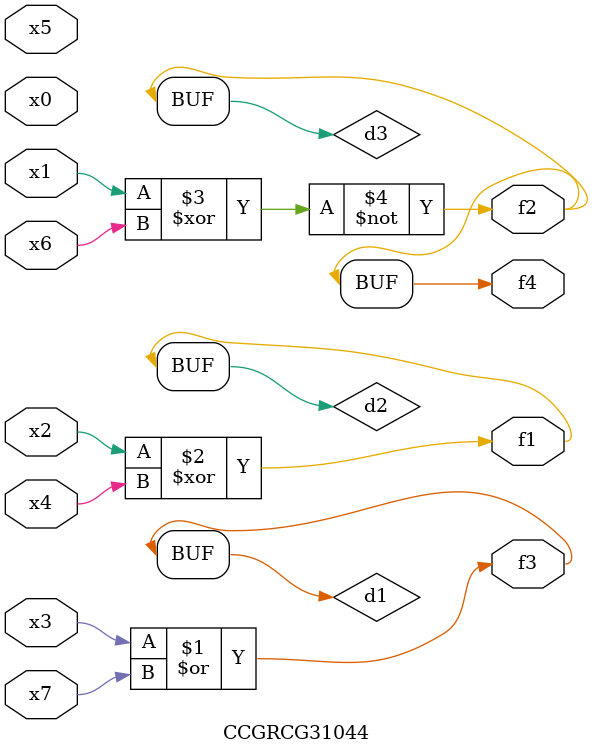
<source format=v>
module CCGRCG31044(
	input x0, x1, x2, x3, x4, x5, x6, x7,
	output f1, f2, f3, f4
);

	wire d1, d2, d3;

	or (d1, x3, x7);
	xor (d2, x2, x4);
	xnor (d3, x1, x6);
	assign f1 = d2;
	assign f2 = d3;
	assign f3 = d1;
	assign f4 = d3;
endmodule

</source>
